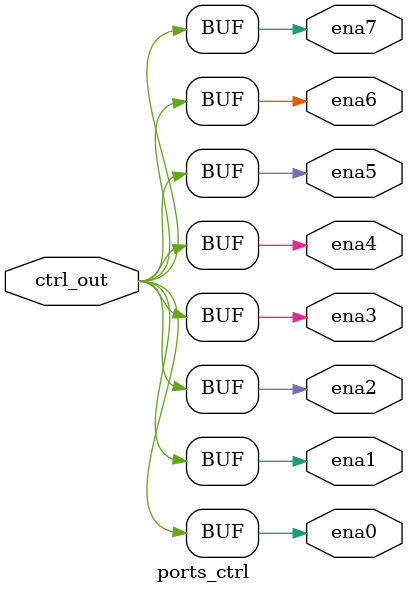
<source format=v>
`timescale 1ns / 1ps


module ports_ctrl(  output ena0,
                    output ena1,
                    output ena2,
                    output ena3,
                    output ena4,
                    output ena5,
                    output ena6,
                    output ena7,
                    input ctrl_out
    );
    assign ctrl_out = ena0;
    assign ctrl_out = ena1;
    assign ctrl_out = ena2;
    assign ctrl_out = ena3;
    assign ctrl_out = ena4;
    assign ctrl_out = ena5;
    assign ctrl_out = ena6;
    assign ctrl_out = ena7;
    
endmodule

</source>
